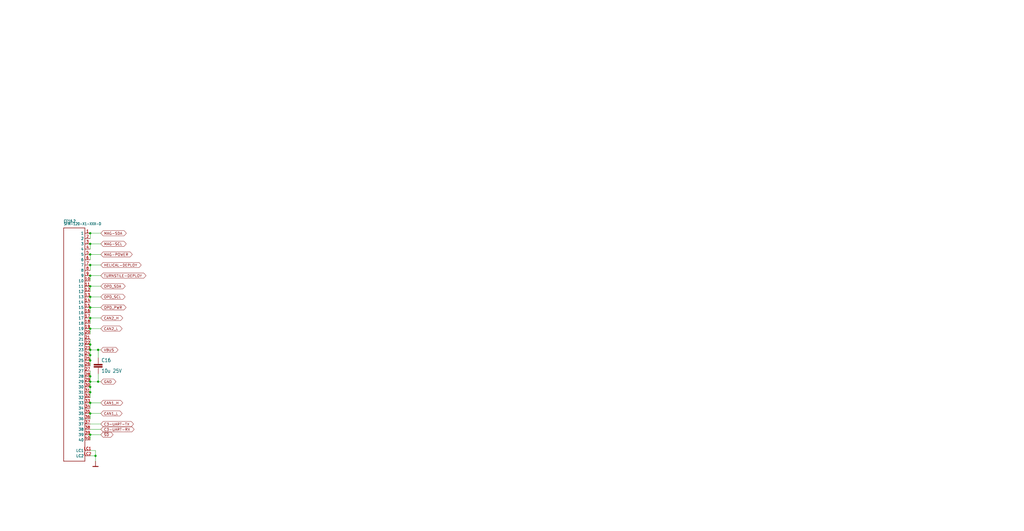
<source format=kicad_sch>
(kicad_sch (version 20211123) (generator eeschema)
  (paper "User" 490.22 254.406)
  (lib_symbols
    (symbol "oresat-backplane-2u-eagle-import:GND" (power)
      (symbol "GND_1_0"
        (polyline (pts (xy -1.27 -2.54) (xy 1.27 -2.54)) (stroke (width 0.4064)))
        (pin power_in line (at 0 0 270) (length 2.54) (name "GND") (number "1"))
      )
    )
    (symbol "oresat-backplane-2u-eagle-import:SFM-120-X1-XXX-D"
      (property "Reference" "J" (at -2.54 50.8 0))
      (property "Value" "SFM-120-X1-XXX-D" (at -2.54 49.53 0))
      (symbol "SFM-120-X1-XXX-D_1_0"
        (polyline (pts (xy -2.54 -63.5) (xy -2.54 48.26)) (stroke (width 0.254)))
        (polyline (pts (xy -2.54 48.26) (xy 7.62 48.26)) (stroke (width 0.254)))
        (polyline (pts (xy 7.62 -63.5) (xy -2.54 -63.5)) (stroke (width 0.254)))
        (polyline (pts (xy 7.62 48.26) (xy 7.62 -63.5)) (stroke (width 0.254)))
        (pin passive line (at 10.16 45.72 180) (length 2.54) (name "1") (number "1"))
        (pin passive line (at 10.16 22.86 180) (length 2.54) (name "10") (number "10"))
        (pin passive line (at 10.16 20.32 180) (length 2.54) (name "11") (number "11"))
        (pin passive line (at 10.16 17.78 180) (length 2.54) (name "12") (number "12"))
        (pin passive line (at 10.16 15.24 180) (length 2.54) (name "13") (number "13"))
        (pin passive line (at 10.16 12.7 180) (length 2.54) (name "14") (number "14"))
        (pin passive line (at 10.16 10.16 180) (length 2.54) (name "15") (number "15"))
        (pin passive line (at 10.16 7.62 180) (length 2.54) (name "16") (number "16"))
        (pin passive line (at 10.16 5.08 180) (length 2.54) (name "17") (number "17"))
        (pin passive line (at 10.16 2.54 180) (length 2.54) (name "18") (number "18"))
        (pin passive line (at 10.16 0 180) (length 2.54) (name "19") (number "19"))
        (pin passive line (at 10.16 43.18 180) (length 2.54) (name "2") (number "2"))
        (pin passive line (at 10.16 -2.54 180) (length 2.54) (name "20") (number "20"))
        (pin passive line (at 10.16 -5.08 180) (length 2.54) (name "21") (number "21"))
        (pin passive line (at 10.16 -7.62 180) (length 2.54) (name "22") (number "22"))
        (pin passive line (at 10.16 -10.16 180) (length 2.54) (name "23") (number "23"))
        (pin passive line (at 10.16 -12.7 180) (length 2.54) (name "24") (number "24"))
        (pin passive line (at 10.16 -15.24 180) (length 2.54) (name "25") (number "25"))
        (pin passive line (at 10.16 -17.78 180) (length 2.54) (name "26") (number "26"))
        (pin passive line (at 10.16 -20.32 180) (length 2.54) (name "27") (number "27"))
        (pin passive line (at 10.16 -22.86 180) (length 2.54) (name "28") (number "28"))
        (pin passive line (at 10.16 -25.4 180) (length 2.54) (name "29") (number "29"))
        (pin passive line (at 10.16 40.64 180) (length 2.54) (name "3") (number "3"))
        (pin passive line (at 10.16 -27.94 180) (length 2.54) (name "30") (number "30"))
        (pin passive line (at 10.16 -30.48 180) (length 2.54) (name "31") (number "31"))
        (pin passive line (at 10.16 -33.02 180) (length 2.54) (name "32") (number "32"))
        (pin passive line (at 10.16 -35.56 180) (length 2.54) (name "33") (number "33"))
        (pin passive line (at 10.16 -38.1 180) (length 2.54) (name "34") (number "34"))
        (pin passive line (at 10.16 -40.64 180) (length 2.54) (name "35") (number "35"))
        (pin passive line (at 10.16 -43.18 180) (length 2.54) (name "36") (number "36"))
        (pin passive line (at 10.16 -45.72 180) (length 2.54) (name "37") (number "37"))
        (pin passive line (at 10.16 -48.26 180) (length 2.54) (name "38") (number "38"))
        (pin passive line (at 10.16 -50.8 180) (length 2.54) (name "39") (number "39"))
        (pin passive line (at 10.16 38.1 180) (length 2.54) (name "4") (number "4"))
        (pin passive line (at 10.16 -53.34 180) (length 2.54) (name "40") (number "40"))
        (pin passive line (at 10.16 35.56 180) (length 2.54) (name "5") (number "5"))
        (pin passive line (at 10.16 33.02 180) (length 2.54) (name "6") (number "6"))
        (pin passive line (at 10.16 30.48 180) (length 2.54) (name "7") (number "7"))
        (pin passive line (at 10.16 27.94 180) (length 2.54) (name "8") (number "8"))
        (pin passive line (at 10.16 25.4 180) (length 2.54) (name "9") (number "9"))
        (pin passive line (at 10.16 -58.42 180) (length 2.54) (name "LC1") (number "LC1"))
        (pin passive line (at 10.16 -60.96 180) (length 2.54) (name "LC2") (number "LC2"))
      )
    )
    (symbol "oresat0-1u-backplane-eagle-import:C-EU1206-B"
      (property "Reference" "C" (at 1.524 0.381 0))
      (property "Value" "C-EU1206-B" (at 1.524 -4.699 0))
      (symbol "C-EU1206-B_1_0"
        (rectangle (start -2.032 -2.032) (end 2.032 -1.524) (fill (type outline)))
        (rectangle (start -2.032 -1.016) (end 2.032 -0.508) (fill (type outline)))
        (polyline (pts (xy 0 -2.54) (xy 0 -2.032)) (stroke (width 0.1524)))
        (polyline (pts (xy 0 0) (xy 0 -0.508)) (stroke (width 0.1524)))
        (pin passive line (at 0 2.54 270) (length 2.54) (name "1") (number "1"))
        (pin passive line (at 0 -5.08 90) (length 2.54) (name "2") (number "2"))
      )
    )
  )
  (junction (at 43.18 167.64))
  (junction (at 43.18 111.76))
  (junction (at 43.18 198.12))
  (junction (at 43.18 121.92))
  (junction (at 43.18 165.1))
  (junction (at 43.18 180.34))
  (junction (at 43.18 187.96))
  (junction (at 43.18 132.08))
  (junction (at 43.18 172.72))
  (junction (at 43.18 157.48))
  (junction (at 43.18 127))
  (junction (at 43.18 137.16))
  (junction (at 45.72 218.44))
  (junction (at 46.99 167.64))
  (junction (at 43.18 142.24))
  (junction (at 46.99 182.88))
  (junction (at 43.18 185.42))
  (junction (at 43.18 182.88))
  (junction (at 43.18 152.4))
  (junction (at 43.18 193.04))
  (junction (at 43.18 170.18))
  (junction (at 43.18 208.28))
  (junction (at 43.18 116.84))
  (junction (at 43.18 147.32))
  (wire (pts (xy 48.26 147.32) (xy 43.18 147.32)))
  (wire (pts (xy 43.18 218.44) (xy 45.72 218.44)))
  (wire (pts (xy 43.18 215.9) (xy 45.72 215.9)))
  (wire (pts (xy 43.18 127) (xy 48.26 127)))
  (wire (pts (xy 46.99 167.64) (xy 46.99 171.45)))
  (wire (pts (xy 46.99 167.64) (xy 43.18 167.64)))
  (wire (pts (xy 43.18 111.76) (xy 48.26 111.76)))
  (wire (pts (xy 45.72 215.9) (xy 45.72 218.44)))
  (wire (pts (xy 48.26 157.48) (xy 43.18 157.48)))
  (wire (pts (xy 43.18 152.4) (xy 43.18 154.94)))
  (wire (pts (xy 43.18 185.42) (xy 43.18 187.96)))
  (wire (pts (xy 43.18 142.24) (xy 43.18 144.78)))
  (wire (pts (xy 48.26 208.28) (xy 43.18 208.28)))
  (wire (pts (xy 46.99 182.88) (xy 43.18 182.88)))
  (wire (pts (xy 43.18 127) (xy 43.18 129.54)))
  (wire (pts (xy 43.18 116.84) (xy 48.26 116.84)))
  (wire (pts (xy 43.18 121.92) (xy 43.18 124.46)))
  (wire (pts (xy 48.26 167.64) (xy 46.99 167.64)))
  (wire (pts (xy 43.18 111.76) (xy 43.18 114.3)))
  (wire (pts (xy 48.26 198.12) (xy 43.18 198.12)))
  (wire (pts (xy 43.18 193.04) (xy 43.18 195.58)))
  (wire (pts (xy 48.26 142.24) (xy 43.18 142.24)))
  (wire (pts (xy 43.18 152.4) (xy 48.26 152.4)))
  (wire (pts (xy 46.99 179.07) (xy 46.99 182.88)))
  (wire (pts (xy 43.18 208.28) (xy 43.18 210.82)))
  (wire (pts (xy 48.26 182.88) (xy 46.99 182.88)))
  (wire (pts (xy 43.18 137.16) (xy 43.18 139.7)))
  (wire (pts (xy 43.18 172.72) (xy 43.18 175.26)))
  (wire (pts (xy 43.18 132.08) (xy 43.18 134.62)))
  (wire (pts (xy 43.18 121.92) (xy 48.26 121.92)))
  (wire (pts (xy 43.18 165.1) (xy 43.18 167.64)))
  (wire (pts (xy 48.26 203.2) (xy 43.18 203.2)))
  (wire (pts (xy 43.18 198.12) (xy 43.18 200.66)))
  (wire (pts (xy 43.18 205.74) (xy 48.26 205.74)))
  (wire (pts (xy 43.18 157.48) (xy 43.18 160.02)))
  (wire (pts (xy 43.18 116.84) (xy 43.18 119.38)))
  (wire (pts (xy 43.18 162.56) (xy 43.18 165.1)))
  (wire (pts (xy 43.18 170.18) (xy 43.18 172.72)))
  (wire (pts (xy 43.18 167.64) (xy 43.18 170.18)))
  (wire (pts (xy 45.72 218.44) (xy 45.72 220.98)))
  (wire (pts (xy 43.18 182.88) (xy 43.18 185.42)))
  (wire (pts (xy 43.18 187.96) (xy 43.18 190.5)))
  (wire (pts (xy 48.26 132.08) (xy 43.18 132.08)))
  (wire (pts (xy 43.18 177.8) (xy 43.18 180.34)))
  (wire (pts (xy 48.26 137.16) (xy 43.18 137.16)))
  (wire (pts (xy 48.26 193.04) (xy 43.18 193.04)))
  (wire (pts (xy 43.18 180.34) (xy 43.18 182.88)))
  (wire (pts (xy 43.18 147.32) (xy 43.18 149.86)))
  (global_label "TURNSTILE-DEPLOY" (shape bidirectional) (at 48.26 132.08 0) (effects (font (size 1.2446 1.2446))) (property "Intersheet References" "${INTERSHEET_REFS}" (effects hide)))
  (global_label "MAG-POWER" (shape bidirectional) (at 48.26 121.92 0) (effects (font (size 1.2446 1.2446))) (property "Intersheet References" "${INTERSHEET_REFS}" (effects hide)))
  (global_label "C3-UART-RX" (shape bidirectional) (at 48.26 205.74 0) (effects (font (size 1.2446 1.2446))) (property "Intersheet References" "${INTERSHEET_REFS}" (effects hide)))
  (global_label "~{SD}" (shape bidirectional) (at 48.26 208.28 0) (effects (font (size 1.2446 1.2446))) (property "Intersheet References" "${INTERSHEET_REFS}" (effects hide)))
  (global_label "CAN2_H" (shape bidirectional) (at 48.26 152.4 0) (effects (font (size 1.2446 1.2446))) (property "Intersheet References" "${INTERSHEET_REFS}" (effects hide)))
  (global_label "MAG-SCL" (shape bidirectional) (at 48.26 116.84 0) (effects (font (size 1.2446 1.2446))) (property "Intersheet References" "${INTERSHEET_REFS}" (effects hide)))
  (global_label "HELICAL-DEPLOY" (shape bidirectional) (at 48.26 127 0) (effects (font (size 1.2446 1.2446))) (property "Intersheet References" "${INTERSHEET_REFS}" (effects hide)))
  (global_label "C3-UART-TX" (shape bidirectional) (at 48.26 203.2 0) (effects (font (size 1.2446 1.2446))) (property "Intersheet References" "${INTERSHEET_REFS}" (effects hide)))
  (global_label "OPD_PWR" (shape bidirectional) (at 48.26 147.32 0) (effects (font (size 1.2446 1.2446))) (property "Intersheet References" "${INTERSHEET_REFS}" (effects hide)))
  (global_label "CAN1_H" (shape bidirectional) (at 48.26 193.04 0) (effects (font (size 1.2446 1.2446))) (property "Intersheet References" "${INTERSHEET_REFS}" (effects hide)))
  (global_label "CAN2_L" (shape bidirectional) (at 48.26 157.48 0) (effects (font (size 1.2446 1.2446))) (property "Intersheet References" "${INTERSHEET_REFS}" (effects hide)))
  (global_label "VBUS" (shape bidirectional) (at 48.26 167.64 0) (effects (font (size 1.2446 1.2446))) (property "Intersheet References" "${INTERSHEET_REFS}" (effects hide)))
  (global_label "OPD_SCL" (shape bidirectional) (at 48.26 142.24 0) (effects (font (size 1.2446 1.2446))) (property "Intersheet References" "${INTERSHEET_REFS}" (effects hide)))
  (global_label "CAN1_L" (shape bidirectional) (at 48.26 198.12 0) (effects (font (size 1.2446 1.2446))) (property "Intersheet References" "${INTERSHEET_REFS}" (effects hide)))
  (global_label "OPD_SDA" (shape bidirectional) (at 48.26 137.16 0) (effects (font (size 1.2446 1.2446))) (property "Intersheet References" "${INTERSHEET_REFS}" (effects hide)))
  (global_label "MAG-SDA" (shape bidirectional) (at 48.26 111.76 0) (effects (font (size 1.2446 1.2446))) (property "Intersheet References" "${INTERSHEET_REFS}" (effects hide)))
  (global_label "GND" (shape bidirectional) (at 48.26 182.88 0) (effects (font (size 1.2446 1.2446))) (property "Intersheet References" "${INTERSHEET_REFS}" (effects hide)))
  (symbol (lib_id "oresat-backplane-2u-eagle-import:GND") (at 45.72 220.98 0) (unit 1)
    (property "Reference" "#GND0115" (effects hide))
    (property "Value" "GND" (effects hide))
    (property "Footprint" "oresat-backplane-2u:" (effects hide))
  )
  (symbol (lib_id "oresat-backplane-2u-eagle-import:SFM-120-X1-XXX-D") (at 33.02 157.48 0) (unit 1)
    (property "Reference" "CF16.2" (at 30.48 106.68 0) (effects (font (size 1.27 1.0795)) (justify left bottom)))
    (property "Value" "SFM-120-X1-XXX-D" (at 30.48 107.95 0) (effects (font (size 1.27 1.0795)) (justify left bottom)))
    (property "Footprint" "oresat-connectors:J-SAMTEC-SFM-120-X1-XXX-D" (effects hide))
  )
  (symbol (lib_id "oresat0-1u-backplane-eagle-import:C-EU1206-B") (at 46.99 173.99 0) (unit 1)
    (property "Reference" "C16" (at 48.514 173.609 0) (effects (font (size 1.778 1.5113)) (justify left bottom)))
    (property "Value" "10u 25V" (at 48.514 178.689 0) (effects (font (size 1.778 1.5113)) (justify left bottom)))
    (property "Footprint" "Capacitor_SMD:C_1206_3216Metric" (effects hide))
  )
)
</source>
